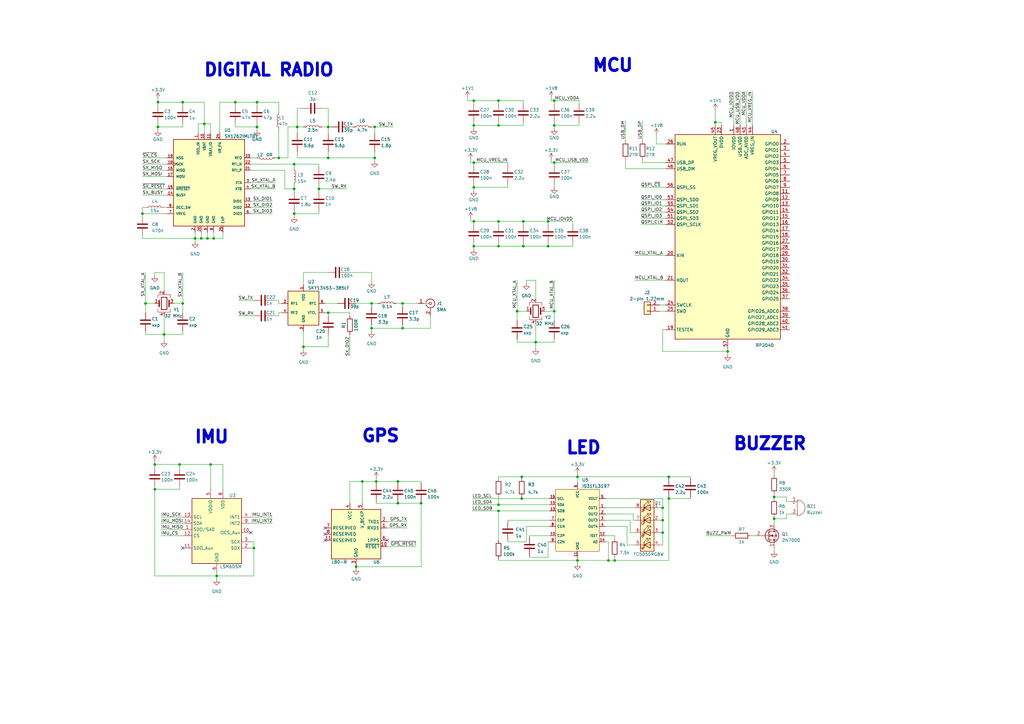
<source format=kicad_sch>
(kicad_sch (version 20230121) (generator eeschema)
  (paper "A3")
  (junction (at 317.5 212.725))
  (junction (at 219.71 140.335))
  (junction (at 64.77 52.07))
  (junction (at 274.32 204.47))
  (junction (at 274.32 195.58))
  (junction (at 153.67 64.77))
  (junction (at 271.78 218.44))
  (junction (at 96.52 41.91))
  (junction (at 121.92 52.07))
  (junction (at 59.69 124.46))
  (junction (at 165.1 124.46))
  (junction (at 214.63 100.965))
  (junction (at 172.72 206.375))
  (junction (at 134.62 128.27))
  (junction (at 120.65 67.31))
  (junction (at 105.41 41.91))
  (junction (at 105.41 52.07))
  (junction (at 80.01 97.79))
  (junction (at 148.59 197.485))
  (junction (at 120.65 77.47))
  (junction (at 204.47 90.805))
  (junction (at 194.31 51.435))
  (junction (at 134.62 52.07))
  (junction (at 317.5 203.835))
  (junction (at 87.63 97.79))
  (junction (at 163.195 197.485))
  (junction (at 212.09 127.635))
  (junction (at 74.93 124.46))
  (junction (at 152.4 134.62))
  (junction (at 152.4 124.46))
  (junction (at 213.995 195.58))
  (junction (at 73.66 190.5))
  (junction (at 85.09 97.79))
  (junction (at 134.62 64.77))
  (junction (at 204.47 100.965))
  (junction (at 82.55 97.79))
  (junction (at 204.47 41.275))
  (junction (at 154.305 197.485))
  (junction (at 252.095 229.87))
  (junction (at 88.9 236.22))
  (junction (at 227.33 41.275))
  (junction (at 114.3 64.77))
  (junction (at 236.855 195.58))
  (junction (at 63.5 200.66))
  (junction (at 64.77 41.91))
  (junction (at 214.63 90.805))
  (junction (at 227.33 51.435))
  (junction (at 153.67 52.07))
  (junction (at 204.47 209.55))
  (junction (at 58.42 87.63))
  (junction (at 249.555 229.87))
  (junction (at 271.78 213.36))
  (junction (at 120.65 87.63))
  (junction (at 293.37 50.165))
  (junction (at 227.33 127.635))
  (junction (at 194.31 76.835))
  (junction (at 67.31 137.16))
  (junction (at 194.31 66.675))
  (junction (at 74.93 41.91))
  (junction (at 163.195 206.375))
  (junction (at 224.79 100.965))
  (junction (at 130.81 77.47))
  (junction (at 165.1 134.62))
  (junction (at 194.31 100.965))
  (junction (at 83.82 50.8))
  (junction (at 224.79 90.805))
  (junction (at 146.05 232.41))
  (junction (at 86.36 190.5))
  (junction (at 124.46 142.24))
  (junction (at 298.45 144.145))
  (junction (at 204.47 51.435))
  (junction (at 227.33 66.675))
  (junction (at 271.78 208.28))
  (junction (at 194.31 41.275))
  (junction (at 204.47 207.01))
  (junction (at 213.995 204.47))
  (junction (at 63.5 190.5))
  (junction (at 236.855 229.87))
  (junction (at 194.31 90.805))
  (junction (at 104.14 224.79))
  (no_connect (at 133.35 216.535))
  (no_connect (at 133.35 219.075))
  (no_connect (at 133.35 221.615))
  (no_connect (at 102.87 218.44))
  (no_connect (at 74.93 224.79))
  (no_connect (at 158.75 221.615))
  (wire (pts (xy 120.65 87.63) (xy 130.81 87.63)))
  (wire (pts (xy 80.01 95.25) (xy 80.01 97.79)))
  (wire (pts (xy 307.975 219.71) (xy 309.88 219.71)))
  (wire (pts (xy 121.92 52.07) (xy 121.92 54.61)))
  (wire (pts (xy 102.87 214.63) (xy 111.76 214.63)))
  (wire (pts (xy 194.31 76.835) (xy 194.31 75.565)))
  (wire (pts (xy 134.62 128.27) (xy 134.62 129.54)))
  (wire (pts (xy 274.32 195.58) (xy 283.21 195.58)))
  (wire (pts (xy 80.01 97.79) (xy 82.55 97.79)))
  (wire (pts (xy 256.54 69.215) (xy 256.54 65.405)))
  (wire (pts (xy 236.855 198.12) (xy 236.855 195.58)))
  (wire (pts (xy 85.09 97.79) (xy 87.63 97.79)))
  (wire (pts (xy 152.4 111.76) (xy 152.4 115.57)))
  (wire (pts (xy 194.31 76.835) (xy 208.28 76.835)))
  (wire (pts (xy 96.52 50.8) (xy 96.52 52.07)))
  (wire (pts (xy 67.31 137.16) (xy 74.93 137.16)))
  (wire (pts (xy 105.41 50.8) (xy 105.41 52.07)))
  (wire (pts (xy 227.33 114.935) (xy 227.33 127.635)))
  (wire (pts (xy 82.55 97.79) (xy 85.09 97.79)))
  (wire (pts (xy 224.79 90.805) (xy 234.95 90.805)))
  (wire (pts (xy 73.66 200.66) (xy 73.66 199.39)))
  (wire (pts (xy 214.63 90.805) (xy 214.63 92.075)))
  (wire (pts (xy 64.77 41.91) (xy 64.77 43.18)))
  (wire (pts (xy 90.17 41.91) (xy 96.52 41.91)))
  (wire (pts (xy 80.01 97.79) (xy 80.01 99.06)))
  (wire (pts (xy 64.77 41.91) (xy 74.93 41.91)))
  (wire (pts (xy 124.46 142.24) (xy 134.62 142.24)))
  (wire (pts (xy 226.06 41.275) (xy 227.33 41.275)))
  (wire (pts (xy 83.82 50.8) (xy 83.82 41.91)))
  (wire (pts (xy 204.47 41.275) (xy 204.47 42.545)))
  (wire (pts (xy 66.04 217.17) (xy 74.93 217.17)))
  (wire (pts (xy 227.33 51.435) (xy 227.33 52.705)))
  (wire (pts (xy 234.95 90.805) (xy 234.95 92.075)))
  (wire (pts (xy 64.77 52.07) (xy 74.93 52.07)))
  (wire (pts (xy 165.1 134.62) (xy 165.1 133.35)))
  (wire (pts (xy 63.5 111.76) (xy 67.31 111.76)))
  (wire (pts (xy 204.47 203.835) (xy 204.47 207.01)))
  (wire (pts (xy 204.47 229.235) (xy 204.47 229.87)))
  (wire (pts (xy 204.47 51.435) (xy 214.63 51.435)))
  (wire (pts (xy 152.4 52.07) (xy 153.67 52.07)))
  (wire (pts (xy 219.71 132.715) (xy 219.71 140.335)))
  (wire (pts (xy 58.42 77.47) (xy 68.58 77.47)))
  (wire (pts (xy 86.36 50.8) (xy 86.36 54.61)))
  (wire (pts (xy 194.31 76.835) (xy 194.31 78.105)))
  (wire (pts (xy 130.81 76.2) (xy 130.81 77.47)))
  (wire (pts (xy 87.63 95.25) (xy 87.63 97.79)))
  (wire (pts (xy 58.42 67.31) (xy 68.58 67.31)))
  (wire (pts (xy 82.55 95.25) (xy 82.55 97.79)))
  (wire (pts (xy 143.51 128.27) (xy 143.51 129.54)))
  (wire (pts (xy 59.69 137.16) (xy 67.31 137.16)))
  (wire (pts (xy 237.49 41.275) (xy 237.49 42.545)))
  (wire (pts (xy 263.525 49.53) (xy 263.525 57.785)))
  (wire (pts (xy 96.52 52.07) (xy 105.41 52.07)))
  (wire (pts (xy 63.5 189.23) (xy 63.5 190.5)))
  (wire (pts (xy 105.41 43.18) (xy 105.41 41.91)))
  (wire (pts (xy 134.62 52.07) (xy 134.62 54.61)))
  (wire (pts (xy 134.62 64.77) (xy 153.67 64.77)))
  (wire (pts (xy 252.095 228.6) (xy 252.095 229.87)))
  (wire (pts (xy 172.72 205.74) (xy 172.72 206.375)))
  (wire (pts (xy 134.62 128.27) (xy 143.51 128.27)))
  (wire (pts (xy 114.3 53.34) (xy 114.3 64.77)))
  (wire (pts (xy 73.66 190.5) (xy 86.36 190.5)))
  (wire (pts (xy 67.31 85.09) (xy 68.58 85.09)))
  (wire (pts (xy 58.42 87.63) (xy 58.42 88.9)))
  (wire (pts (xy 256.54 49.53) (xy 256.54 57.785)))
  (wire (pts (xy 63.5 236.22) (xy 88.9 236.22)))
  (wire (pts (xy 248.285 204.47) (xy 271.78 204.47)))
  (wire (pts (xy 63.5 200.66) (xy 73.66 200.66)))
  (wire (pts (xy 113.03 64.77) (xy 114.3 64.77)))
  (wire (pts (xy 81.28 50.8) (xy 81.28 54.61)))
  (wire (pts (xy 63.5 191.77) (xy 63.5 190.5)))
  (wire (pts (xy 283.21 195.58) (xy 283.21 196.215)))
  (wire (pts (xy 152.4 124.46) (xy 154.94 124.46)))
  (wire (pts (xy 271.78 213.36) (xy 271.78 218.44)))
  (wire (pts (xy 248.285 222.25) (xy 249.555 222.25)))
  (wire (pts (xy 317.5 224.79) (xy 317.5 226.06)))
  (wire (pts (xy 208.28 76.835) (xy 208.28 75.565)))
  (wire (pts (xy 158.75 216.535) (xy 167.005 216.535)))
  (wire (pts (xy 271.78 218.44) (xy 271.78 223.52)))
  (wire (pts (xy 158.75 213.995) (xy 167.005 213.995)))
  (wire (pts (xy 146.05 232.41) (xy 146.05 233.045)))
  (wire (pts (xy 154.305 205.74) (xy 154.305 206.375)))
  (wire (pts (xy 225.425 209.55) (xy 204.47 209.55)))
  (wire (pts (xy 270.51 125.095) (xy 273.05 125.095)))
  (wire (pts (xy 271.78 223.52) (xy 270.51 223.52)))
  (wire (pts (xy 303.53 37.465) (xy 303.53 51.435)))
  (wire (pts (xy 102.87 74.93) (xy 113.03 74.93)))
  (wire (pts (xy 317.5 212.09) (xy 317.5 212.725)))
  (wire (pts (xy 215.9 116.205) (xy 215.9 114.935)))
  (wire (pts (xy 306.07 37.465) (xy 306.07 51.435)))
  (wire (pts (xy 134.62 62.23) (xy 134.62 64.77)))
  (wire (pts (xy 133.35 124.46) (xy 138.43 124.46)))
  (wire (pts (xy 144.78 52.07) (xy 143.51 52.07)))
  (wire (pts (xy 105.41 41.91) (xy 114.3 41.91)))
  (wire (pts (xy 143.51 197.485) (xy 143.51 206.375)))
  (wire (pts (xy 293.37 50.165) (xy 293.37 51.435)))
  (wire (pts (xy 227.33 41.275) (xy 237.49 41.275)))
  (wire (pts (xy 63.5 124.46) (xy 59.69 124.46)))
  (wire (pts (xy 237.49 51.435) (xy 237.49 50.165)))
  (wire (pts (xy 274.32 204.47) (xy 274.32 229.87)))
  (wire (pts (xy 227.33 66.675) (xy 241.3 66.675)))
  (wire (pts (xy 67.31 137.16) (xy 67.31 139.7)))
  (wire (pts (xy 249.555 222.25) (xy 249.555 229.87)))
  (wire (pts (xy 91.44 190.5) (xy 91.44 200.66)))
  (wire (pts (xy 64.77 40.64) (xy 64.77 41.91)))
  (wire (pts (xy 259.715 213.36) (xy 260.35 213.36)))
  (wire (pts (xy 153.67 52.07) (xy 153.67 54.61)))
  (wire (pts (xy 172.72 232.41) (xy 172.72 206.375)))
  (wire (pts (xy 317.5 202.565) (xy 317.5 203.835)))
  (wire (pts (xy 193.675 207.01) (xy 204.47 207.01)))
  (wire (pts (xy 120.65 67.31) (xy 130.81 67.31)))
  (wire (pts (xy 118.11 52.07) (xy 121.92 52.07)))
  (wire (pts (xy 224.79 100.965) (xy 224.79 99.695)))
  (wire (pts (xy 214.63 51.435) (xy 214.63 50.165)))
  (wire (pts (xy 248.285 213.36) (xy 258.445 213.36)))
  (wire (pts (xy 270.51 127.635) (xy 273.05 127.635)))
  (wire (pts (xy 226.06 40.005) (xy 226.06 41.275)))
  (wire (pts (xy 217.17 219.71) (xy 225.425 219.71)))
  (wire (pts (xy 271.78 204.47) (xy 271.78 208.28)))
  (wire (pts (xy 163.195 197.485) (xy 172.72 197.485)))
  (wire (pts (xy 194.31 41.275) (xy 194.31 42.545)))
  (wire (pts (xy 204.47 195.58) (xy 213.995 195.58)))
  (wire (pts (xy 130.81 77.47) (xy 130.81 78.74)))
  (wire (pts (xy 96.52 41.91) (xy 105.41 41.91)))
  (wire (pts (xy 227.33 41.275) (xy 227.33 42.545)))
  (wire (pts (xy 257.175 223.52) (xy 260.35 223.52)))
  (wire (pts (xy 248.285 208.28) (xy 260.35 208.28)))
  (wire (pts (xy 227.33 127.635) (xy 227.33 131.445)))
  (wire (pts (xy 194.31 66.675) (xy 208.28 66.675)))
  (wire (pts (xy 217.17 228.6) (xy 224.79 228.6)))
  (wire (pts (xy 74.93 50.8) (xy 74.93 52.07)))
  (wire (pts (xy 130.81 67.31) (xy 130.81 68.58)))
  (wire (pts (xy 58.42 80.01) (xy 68.58 80.01)))
  (wire (pts (xy 194.31 51.435) (xy 194.31 52.705)))
  (wire (pts (xy 102.87 64.77) (xy 105.41 64.77)))
  (wire (pts (xy 102.87 212.09) (xy 111.76 212.09)))
  (wire (pts (xy 322.58 210.82) (xy 322.58 212.725)))
  (wire (pts (xy 86.36 190.5) (xy 91.44 190.5)))
  (wire (pts (xy 293.37 50.165) (xy 293.37 45.085)))
  (wire (pts (xy 204.47 41.275) (xy 214.63 41.275)))
  (wire (pts (xy 208.28 222.25) (xy 215.9 222.25)))
  (wire (pts (xy 71.12 124.46) (xy 74.93 124.46)))
  (wire (pts (xy 212.09 139.065) (xy 212.09 140.335)))
  (wire (pts (xy 215.9 127.635) (xy 212.09 127.635)))
  (wire (pts (xy 135.89 52.07) (xy 134.62 52.07)))
  (wire (pts (xy 104.14 236.22) (xy 104.14 224.79)))
  (wire (pts (xy 204.47 207.01) (xy 225.425 207.01)))
  (wire (pts (xy 226.06 65.405) (xy 226.06 66.675)))
  (wire (pts (xy 259.715 210.82) (xy 259.715 213.36)))
  (wire (pts (xy 260.35 218.44) (xy 258.445 218.44)))
  (wire (pts (xy 74.93 41.91) (xy 83.82 41.91)))
  (wire (pts (xy 116.84 69.85) (xy 116.84 77.47)))
  (wire (pts (xy 317.5 203.835) (xy 322.58 203.835)))
  (wire (pts (xy 273.05 69.215) (xy 256.54 69.215)))
  (wire (pts (xy 214.63 90.805) (xy 224.79 90.805)))
  (wire (pts (xy 158.75 224.155) (xy 170.815 224.155)))
  (wire (pts (xy 270.51 218.44) (xy 271.78 218.44)))
  (wire (pts (xy 154.305 198.12) (xy 154.305 197.485)))
  (wire (pts (xy 217.17 220.345) (xy 217.17 219.71)))
  (wire (pts (xy 73.66 190.5) (xy 73.66 191.77)))
  (wire (pts (xy 162.56 124.46) (xy 165.1 124.46)))
  (wire (pts (xy 176.53 134.62) (xy 165.1 134.62)))
  (wire (pts (xy 219.71 140.335) (xy 219.71 142.875)))
  (wire (pts (xy 274.32 229.87) (xy 252.095 229.87)))
  (wire (pts (xy 120.65 77.47) (xy 120.65 78.74)))
  (wire (pts (xy 219.71 140.335) (xy 227.33 140.335)))
  (wire (pts (xy 104.14 222.25) (xy 104.14 224.79)))
  (wire (pts (xy 121.92 44.45) (xy 124.46 44.45)))
  (wire (pts (xy 63.5 200.66) (xy 63.5 236.22)))
  (wire (pts (xy 208.28 213.995) (xy 208.28 213.36)))
  (wire (pts (xy 271.78 144.145) (xy 298.45 144.145)))
  (wire (pts (xy 66.04 219.71) (xy 74.93 219.71)))
  (wire (pts (xy 295.91 50.165) (xy 293.37 50.165)))
  (wire (pts (xy 120.65 67.31) (xy 120.65 68.58)))
  (wire (pts (xy 236.855 229.87) (xy 236.855 231.14)))
  (wire (pts (xy 134.62 44.45) (xy 134.62 52.07)))
  (wire (pts (xy 194.31 102.235) (xy 194.31 100.965)))
  (wire (pts (xy 130.81 86.36) (xy 130.81 87.63)))
  (wire (pts (xy 152.4 134.62) (xy 152.4 135.89)))
  (wire (pts (xy 90.17 41.91) (xy 90.17 54.61)))
  (wire (pts (xy 191.77 41.275) (xy 194.31 41.275)))
  (wire (pts (xy 208.28 222.25) (xy 208.28 221.615)))
  (wire (pts (xy 148.59 197.485) (xy 148.59 206.375)))
  (wire (pts (xy 152.4 134.62) (xy 165.1 134.62)))
  (wire (pts (xy 227.33 139.065) (xy 227.33 140.335)))
  (wire (pts (xy 176.53 129.54) (xy 176.53 134.62)))
  (wire (pts (xy 322.58 205.74) (xy 324.485 205.74)))
  (wire (pts (xy 204.47 90.805) (xy 204.47 92.075)))
  (wire (pts (xy 194.31 66.675) (xy 193.04 66.675)))
  (wire (pts (xy 111.76 123.19) (xy 114.3 123.19)))
  (wire (pts (xy 91.44 97.79) (xy 87.63 97.79)))
  (wire (pts (xy 88.9 236.22) (xy 104.14 236.22)))
  (wire (pts (xy 163.195 206.375) (xy 172.72 206.375)))
  (wire (pts (xy 212.09 127.635) (xy 212.09 131.445)))
  (wire (pts (xy 214.63 100.965) (xy 224.79 100.965)))
  (wire (pts (xy 300.99 37.465) (xy 300.99 51.435)))
  (wire (pts (xy 165.1 124.46) (xy 171.45 124.46)))
  (wire (pts (xy 258.445 218.44) (xy 258.445 213.36)))
  (wire (pts (xy 68.58 87.63) (xy 58.42 87.63)))
  (wire (pts (xy 74.93 111.76) (xy 74.93 124.46)))
  (wire (pts (xy 111.76 129.54) (xy 114.3 129.54)))
  (wire (pts (xy 63.5 190.5) (xy 73.66 190.5)))
  (wire (pts (xy 193.04 90.805) (xy 194.31 90.805)))
  (wire (pts (xy 165.1 125.73) (xy 165.1 124.46)))
  (wire (pts (xy 154.305 197.485) (xy 163.195 197.485)))
  (wire (pts (xy 270.51 208.28) (xy 271.78 208.28)))
  (wire (pts (xy 248.285 215.9) (xy 257.175 215.9)))
  (wire (pts (xy 262.89 84.455) (xy 273.05 84.455)))
  (wire (pts (xy 249.555 229.87) (xy 236.855 229.87)))
  (wire (pts (xy 58.42 96.52) (xy 58.42 97.79)))
  (wire (pts (xy 91.44 95.25) (xy 91.44 97.79)))
  (wire (pts (xy 120.65 86.36) (xy 120.65 87.63)))
  (wire (pts (xy 118.11 64.77) (xy 118.11 52.07)))
  (wire (pts (xy 86.36 190.5) (xy 86.36 200.66)))
  (wire (pts (xy 224.79 228.6) (xy 224.79 222.25)))
  (wire (pts (xy 58.42 85.09) (xy 59.69 85.09)))
  (wire (pts (xy 97.79 123.19) (xy 104.14 123.19)))
  (wire (pts (xy 274.32 203.835) (xy 274.32 204.47)))
  (wire (pts (xy 263.525 66.675) (xy 273.05 66.675)))
  (wire (pts (xy 227.33 51.435) (xy 227.33 50.165)))
  (wire (pts (xy 214.63 99.695) (xy 214.63 100.965)))
  (wire (pts (xy 130.81 77.47) (xy 142.24 77.47)))
  (wire (pts (xy 58.42 87.63) (xy 58.42 85.09)))
  (wire (pts (xy 263.525 65.405) (xy 263.525 66.675)))
  (wire (pts (xy 142.24 111.76) (xy 152.4 111.76)))
  (wire (pts (xy 63.5 199.39) (xy 63.5 200.66)))
  (wire (pts (xy 234.95 100.965) (xy 234.95 99.695)))
  (wire (pts (xy 204.47 196.215) (xy 204.47 195.58)))
  (wire (pts (xy 59.69 124.46) (xy 59.69 128.27)))
  (wire (pts (xy 59.69 135.89) (xy 59.69 137.16)))
  (wire (pts (xy 133.35 128.27) (xy 134.62 128.27)))
  (wire (pts (xy 283.21 204.47) (xy 283.21 203.835)))
  (wire (pts (xy 114.3 124.46) (xy 114.3 123.19)))
  (wire (pts (xy 308.61 37.465) (xy 308.61 51.435)))
  (wire (pts (xy 317.5 204.47) (xy 317.5 203.835)))
  (wire (pts (xy 193.04 66.675) (xy 193.04 65.405)))
  (wire (pts (xy 236.855 229.87) (xy 236.855 228.6)))
  (wire (pts (xy 252.095 229.87) (xy 249.555 229.87)))
  (wire (pts (xy 67.31 129.54) (xy 67.31 137.16)))
  (wire (pts (xy 224.79 100.965) (xy 234.95 100.965)))
  (wire (pts (xy 153.67 64.77) (xy 153.67 62.23)))
  (wire (pts (xy 204.47 209.55) (xy 204.47 221.615)))
  (wire (pts (xy 271.78 135.255) (xy 271.78 144.145)))
  (wire (pts (xy 269.24 59.055) (xy 273.05 59.055)))
  (wire (pts (xy 271.78 208.28) (xy 271.78 213.36)))
  (wire (pts (xy 208.28 66.675) (xy 208.28 67.945)))
  (wire (pts (xy 148.59 197.485) (xy 143.51 197.485)))
  (wire (pts (xy 124.46 111.76) (xy 134.62 111.76)))
  (wire (pts (xy 317.5 193.675) (xy 317.5 194.945)))
  (wire (pts (xy 81.28 50.8) (xy 83.82 50.8)))
  (wire (pts (xy 163.195 197.485) (xy 163.195 198.12)))
  (wire (pts (xy 194.31 51.435) (xy 194.31 50.165)))
  (wire (pts (xy 116.84 77.47) (xy 120.65 77.47)))
  (wire (pts (xy 153.67 52.07) (xy 161.29 52.07)))
  (wire (pts (xy 214.63 41.275) (xy 214.63 42.545)))
  (wire (pts (xy 194.31 99.695) (xy 194.31 100.965)))
  (wire (pts (xy 274.32 196.215) (xy 274.32 195.58)))
  (wire (pts (xy 114.3 129.54) (xy 114.3 128.27)))
  (wire (pts (xy 224.79 222.25) (xy 225.425 222.25)))
  (wire (pts (xy 262.89 76.835) (xy 273.05 76.835)))
  (wire (pts (xy 124.46 111.76) (xy 124.46 116.84)))
  (wire (pts (xy 298.45 142.875) (xy 298.45 144.145)))
  (wire (pts (xy 102.87 69.85) (xy 116.84 69.85)))
  (wire (pts (xy 262.89 81.915) (xy 273.05 81.915)))
  (wire (pts (xy 154.305 196.215) (xy 154.305 197.485)))
  (wire (pts (xy 262.89 86.995) (xy 273.05 86.995)))
  (wire (pts (xy 317.5 212.725) (xy 317.5 214.63)))
  (wire (pts (xy 121.92 62.23) (xy 121.92 64.77)))
  (wire (pts (xy 115.57 124.46) (xy 114.3 124.46)))
  (wire (pts (xy 152.4 124.46) (xy 152.4 125.73)))
  (wire (pts (xy 194.31 66.675) (xy 194.31 67.945)))
  (wire (pts (xy 215.9 215.9) (xy 225.425 215.9)))
  (wire (pts (xy 204.47 51.435) (xy 194.31 51.435)))
  (wire (pts (xy 64.77 52.07) (xy 64.77 53.34)))
  (wire (pts (xy 114.3 41.91) (xy 114.3 45.72)))
  (wire (pts (xy 213.995 195.58) (xy 236.855 195.58)))
  (wire (pts (xy 121.92 44.45) (xy 121.92 52.07)))
  (wire (pts (xy 102.87 87.63) (xy 111.76 87.63)))
  (wire (pts (xy 212.09 114.935) (xy 212.09 127.635)))
  (wire (pts (xy 217.17 228.6) (xy 217.17 227.965)))
  (wire (pts (xy 74.93 135.89) (xy 74.93 137.16)))
  (wire (pts (xy 270.51 213.36) (xy 271.78 213.36)))
  (wire (pts (xy 146.05 231.775) (xy 146.05 232.41)))
  (wire (pts (xy 146.05 124.46) (xy 152.4 124.46)))
  (wire (pts (xy 204.47 51.435) (xy 204.47 50.165)))
  (wire (pts (xy 134.62 142.24) (xy 134.62 137.16)))
  (wire (pts (xy 154.305 206.375) (xy 163.195 206.375)))
  (wire (pts (xy 153.67 64.77) (xy 153.67 66.04)))
  (wire (pts (xy 262.89 92.075) (xy 273.05 92.075)))
  (wire (pts (xy 262.89 89.535) (xy 273.05 89.535)))
  (wire (pts (xy 194.31 100.965) (xy 204.47 100.965)))
  (wire (pts (xy 213.995 204.47) (xy 213.995 203.835)))
  (wire (pts (xy 64.77 50.8) (xy 64.77 52.07)))
  (wire (pts (xy 102.87 82.55) (xy 111.76 82.55)))
  (wire (pts (xy 219.71 114.935) (xy 219.71 122.555)))
  (wire (pts (xy 295.91 51.435) (xy 295.91 50.165)))
  (wire (pts (xy 204.47 229.87) (xy 236.855 229.87)))
  (wire (pts (xy 260.35 104.775) (xy 273.05 104.775)))
  (wire (pts (xy 146.05 232.41) (xy 172.72 232.41)))
  (wire (pts (xy 83.82 50.8) (xy 86.36 50.8)))
  (wire (pts (xy 88.9 234.95) (xy 88.9 236.22)))
  (wire (pts (xy 208.28 213.36) (xy 225.425 213.36)))
  (wire (pts (xy 59.69 111.76) (xy 59.69 124.46)))
  (wire (pts (xy 225.425 204.47) (xy 213.995 204.47)))
  (wire (pts (xy 215.9 114.935) (xy 219.71 114.935)))
  (wire (pts (xy 120.65 87.63) (xy 120.65 88.9)))
  (wire (pts (xy 154.305 197.485) (xy 148.59 197.485)))
  (wire (pts (xy 248.285 219.71) (xy 252.095 219.71)))
  (wire (pts (xy 58.42 72.39) (xy 68.58 72.39)))
  (wire (pts (xy 274.32 204.47) (xy 283.21 204.47)))
  (wire (pts (xy 163.195 206.375) (xy 163.195 205.74)))
  (wire (pts (xy 88.9 236.22) (xy 88.9 237.49)))
  (wire (pts (xy 58.42 64.77) (xy 68.58 64.77)))
  (wire (pts (xy 102.87 77.47) (xy 113.03 77.47)))
  (wire (pts (xy 324.485 210.82) (xy 322.58 210.82)))
  (wire (pts (xy 58.42 97.79) (xy 80.01 97.79)))
  (wire (pts (xy 236.855 194.31) (xy 236.855 195.58)))
  (wire (pts (xy 227.33 66.675) (xy 227.33 67.945)))
  (wire (pts (xy 58.42 69.85) (xy 68.58 69.85)))
  (wire (pts (xy 96.52 41.91) (xy 96.52 43.18)))
  (wire (pts (xy 227.33 75.565) (xy 227.33 76.835)))
  (wire (pts (xy 63.5 113.03) (xy 63.5 111.76)))
  (wire (pts (xy 85.09 95.25) (xy 85.09 97.79)))
  (wire (pts (xy 121.92 52.07) (xy 124.46 52.07)))
  (wire (pts (xy 124.46 135.89) (xy 124.46 142.24)))
  (wire (pts (xy 172.72 197.485) (xy 172.72 198.12)))
  (wire (pts (xy 132.08 44.45) (xy 134.62 44.45)))
  (wire (pts (xy 124.46 142.24) (xy 124.46 143.51)))
  (wire (pts (xy 289.56 219.71) (xy 300.355 219.71)))
  (wire (pts (xy 213.995 195.58) (xy 213.995 196.215)))
  (wire (pts (xy 204.47 41.275) (xy 194.31 41.275)))
  (wire (pts (xy 204.47 100.965) (xy 204.47 99.695)))
  (wire (pts (xy 317.5 212.725) (xy 322.58 212.725)))
  (wire (pts (xy 224.79 90.805) (xy 224.79 92.075)))
  (wire (pts (xy 194.31 90.805) (xy 194.31 92.075)))
  (wire (pts (xy 132.08 52.07) (xy 134.62 52.07)))
  (wire (pts (xy 215.9 222.25) (xy 215.9 215.9)))
  (wire (pts (xy 97.79 129.54) (xy 104.14 129.54)))
  (wire (pts (xy 66.04 214.63) (xy 74.93 214.63)))
  (wire (pts (xy 322.58 203.835) (xy 322.58 205.74)))
  (wire (pts (xy 152.4 133.35) (xy 152.4 134.62)))
  (wire (pts (xy 74.93 124.46) (xy 74.93 128.27)))
  (wire (pts (xy 102.87 85.09) (xy 111.76 85.09)))
  (wire (pts (xy 114.3 64.77) (xy 118.11 64.77)))
  (wire (pts (xy 194.31 90.805) (xy 204.47 90.805)))
  (wire (pts (xy 252.095 219.71) (xy 252.095 220.98)))
  (wire (pts (xy 143.51 137.16) (xy 143.51 146.05)))
  (wire (pts (xy 114.3 128.27) (xy 115.57 128.27)))
  (wire (pts (xy 193.04 89.535) (xy 193.04 90.805)))
  (wire (pts (xy 105.41 52.07) (xy 105.41 53.34)))
  (wire (pts (xy 273.05 135.255) (xy 271.78 135.255)))
  (wire (pts (xy 67.31 111.76) (xy 67.31 119.38)))
  (wire (pts (xy 257.175 215.9) (xy 257.175 223.52)))
  (wire (pts (xy 193.675 204.47) (xy 213.995 204.47)))
  (wire (pts (xy 66.04 212.09) (xy 74.93 212.09)))
  (wire (pts (xy 298.45 144.145) (xy 298.45 145.415)))
  (wire (pts (xy 227.33 51.435) (xy 237.49 51.435)))
  (wire (pts (xy 193.675 209.55) (xy 204.47 209.55)))
  (wire (pts (xy 121.92 64.77) (xy 134.62 64.77)))
  (wire (pts (xy 248.285 210.82) (xy 259.715 210.82)))
  (wire (pts (xy 83.82 50.8) (xy 83.82 54.61)))
  (wire (pts (xy 102.87 222.25) (xy 104.14 222.25)))
  (wire (pts (xy 223.52 127.635) (xy 227.33 127.635)))
  (wire (pts (xy 120.65 76.2) (xy 120.65 77.47)))
  (wire (pts (xy 214.63 100.965) (xy 204.47 100.965)))
  (wire (pts (xy 102.87 67.31) (xy 120.65 67.31)))
  (wire (pts (xy 204.47 90.805) (xy 214.63 90.805)))
  (wire (pts (xy 191.77 40.005) (xy 191.77 41.275)))
  (wire (pts (xy 236.855 195.58) (xy 274.32 195.58)))
  (wire (pts (xy 226.06 66.675) (xy 227.33 66.675)))
  (wire (pts (xy 260.35 114.935) (xy 273.05 114.935)))
  (wire (pts (xy 74.93 41.91) (xy 74.93 43.18)))
  (wire (pts (xy 104.14 224.79) (xy 102.87 224.79)))
  (wire (pts (xy 212.09 140.335) (xy 219.71 140.335)))
  (wire (pts (xy 269.24 55.245) (xy 269.24 59.055)))
  (text "MCU\n" (at 242.57 29.845 0) (effects (font (size 5 5) (thickness 1.2) bold) (justify left bottom)))
  (text "DIGITAL RADIO\n" (at 83.185 31.75 0) (effects (font (size 5 5) (thickness 1.2) bold) (justify left bottom)))
  (text "BUZZER\n\n" (at 300.355 193.04 0) (effects (font (size 5 5) (thickness 1.2) bold) (justify left bottom)))
  (text "IMU\n" (at 79.375 182.245 0) (effects (font (size 5 5) (thickness 1.2) bold) (justify left bottom)))
  (text "LED" (at 231.775 186.69 0) (effects (font (size 5 5) (thickness 1.2) bold) (justify left bottom)))
  (text "GPS\n\n" (at 147.955 189.865 0) (effects (font (size 5 5) (thickness 1.2) bold) (justify left bottom)))
  (label "SX_MISO" (at 58.42 69.85 0))
  (label "QSPI_IO0" (at 262.89 81.915 0))
  (label "IMU_MISO" (at 66.04 217.17 0))
  (label "SX_XTAL_B" (at 74.93 111.76 270))
  (label "QSPI_CLK" (at 262.89 92.075 0))
  (label "MCU_VREG_IN" (at 208.28 66.675 180))
  (label "MCU_XTAL_B" (at 260.35 114.935 0))
  (label "QSPI_~{CS}" (at 262.89 76.835 0))
  (label "SW_RX" (at 142.24 77.47 180))
  (label "~{SX_RESET}" (at 58.42 77.47 0))
  (label "LED_SDB" (at 193.675 209.55 0))
  (label "SW_TX" (at 161.29 52.07 180))
  (label "USB_DM" (at 256.54 49.53 270))
  (label "SX_DIO3" (at 111.76 87.63 180))
  (label "GPS_RX" (at 167.005 216.535 180))
  (label "SX_BUSY" (at 58.42 80.01 0))
  (label "IMU_INT1" (at 111.76 212.09 180))
  (label "SW_RX" (at 97.79 129.54 0))
  (label "MCU_USB_VDD" (at 303.53 37.465 270))
  (label "SX_SCK" (at 58.42 67.31 0))
  (label "~{SX_CS}" (at 58.42 64.77 0))
  (label "LED_SDA" (at 193.675 207.01 0))
  (label "SX_DIO2" (at 143.51 146.05 90))
  (label "MCU_USB_VDD" (at 241.3 66.675 180))
  (label "MCU_VDDA" (at 237.49 41.275 180))
  (label "MCU_IOVDD" (at 234.95 90.805 180))
  (label "SX_DIO1" (at 111.76 82.55 180))
  (label "LED_SCL" (at 193.675 204.47 0))
  (label "GPS_TX" (at 167.005 213.995 180))
  (label "SX_XTAL_A" (at 59.69 111.76 270))
  (label "IMU_INT2" (at 111.76 214.63 180))
  (label "SX_XTAL_A" (at 113.03 74.93 180))
  (label "IMU_MOSI" (at 66.04 214.63 0))
  (label "QSPI_IO2" (at 262.89 86.995 0))
  (label "MCU_XTAL_A" (at 212.09 114.935 270))
  (label "MCU_VREG_IN" (at 308.61 37.465 270))
  (label "USB_DP" (at 263.525 49.53 270))
  (label "SW_TX" (at 97.79 123.19 0))
  (label "MCU_IOVDD" (at 300.99 37.465 270))
  (label "SX_DIO2" (at 111.76 85.09 180))
  (label "QSPI_IO3" (at 262.89 89.535 0))
  (label "MCU_XTAL_B" (at 227.33 114.935 270))
  (label "SX_XTAL_B" (at 113.03 77.47 180))
  (label "IMU_SCK" (at 66.04 212.09 0))
  (label "MCU_VDDA" (at 306.07 37.465 270))
  (label "MCU_XTAL_A" (at 260.35 104.775 0))
  (label "QSPI_IO1" (at 262.89 84.455 0))
  (label "IMU_CS" (at 66.04 219.71 0))
  (label "~{GPS_RESET}" (at 170.815 224.155 180))
  (label "BUZZ_PWM" (at 289.56 219.71 0))
  (label "SX_MOSI" (at 58.42 72.39 0))
  (symbol (lib_id "Device:L") (at 120.65 72.39 0) (unit 1)
    (property "Reference" "L3" (at 121.92 71.755 0) (effects (justify left)))
    (property "Value" "15n" (at 121.92 74.295 0) (effects (justify left)))
  )
  (symbol (lib_id "power:GND") (at 153.67 66.04 0) (unit 1)
    (property "Reference" "#PWR08" (effects hide))
    (property "Value" "GND" (at 153.67 71.12 0))
  )
  (symbol (lib_id "power:+1V8") (at 226.06 40.005 0) (unit 1)
    (property "Reference" "#PWR024" (effects hide))
    (property "Value" "+1V8" (at 226.06 36.195 0))
  )
  (symbol (lib_id "Device:L") (at 114.3 49.53 180) (unit 1)
    (property "Reference" "L1" (at 114.3 48.26 0) (effects (justify right)))
    (property "Value" "47n" (at 114.3 50.8 0) (effects (justify right)))
  )
  (symbol (lib_id "Device:C") (at 130.81 72.39 180) (unit 1)
    (property "Reference" "C9" (at 133.35 71.12 0) (effects (justify right)))
    (property "Value" "2.4p" (at 133.35 73.66 0) (effects (justify right)))
  )
  (symbol (lib_id "Device:C") (at 134.62 133.35 180) (unit 1)
    (property "Reference" "C20" (at 129.54 135.89 0) (effects (justify right)))
    (property "Value" "1n" (at 129.54 138.43 0) (effects (justify right)))
  )
  (symbol (lib_id "power:+3.3V") (at 154.305 196.215 0) (unit 1)
    (property "Reference" "#PWR031" (effects hide))
    (property "Value" "+3.3V" (at 154.305 192.405 0))
  )
  (symbol (lib_id "power:GND") (at 152.4 115.57 0) (unit 1)
    (property "Reference" "#PWR010" (effects hide))
    (property "Value" "GND" (at 152.4 119.38 0))
  )
  (symbol (lib_id "Device:R") (at 304.165 219.71 90) (unit 1)
    (property "Reference" "R7" (at 304.165 217.17 90))
    (property "Value" "1k" (at 304.165 222.25 90))
  )
  (symbol (lib_id "Device:L") (at 148.59 52.07 90) (unit 1)
    (property "Reference" "L6" (at 148.59 49.53 90))
    (property "Value" "4.7n" (at 148.59 53.34 90))
  )
  (symbol (lib_id "power:GND") (at 88.9 237.49 0) (unit 1)
    (property "Reference" "#PWR012" (effects hide))
    (property "Value" "GND" (at 88.9 242.57 0))
  )
  (symbol (lib_id "Device:C") (at 172.72 201.93 0) (unit 1)
    (property "Reference" "C46" (at 175.26 201.295 0) (effects (justify left)))
    (property "Value" "100n" (at 175.26 203.835 0) (effects (justify left)))
  )
  (symbol (lib_id "power:+3.3V") (at 64.77 40.64 0) (unit 1)
    (property "Reference" "#PWR011" (effects hide))
    (property "Value" "+3.3V" (at 64.77 36.83 0))
  )
  (symbol (lib_id "Device:C") (at 63.5 195.58 0) (unit 1)
    (property "Reference" "C23" (at 66.04 194.31 0) (effects (justify left)))
    (property "Value" "100n" (at 66.04 196.85 0) (effects (justify left)))
  )
  (symbol (lib_id "Device:C") (at 214.63 95.885 0) (unit 1)
    (property "Reference" "C34" (at 217.17 94.615 0) (effects (justify left)))
    (property "Value" "100n" (at 217.17 97.155 0) (effects (justify left)))
    (property "Footprint" "Capacitor_SMD:C_0201_0603Metric" (effects hide))
  )
  (symbol (lib_id "power:GND") (at 105.41 53.34 0) (unit 1)
    (property "Reference" "#PWR05" (effects hide))
    (property "Value" "GND" (at 105.41 57.15 0))
  )
  (symbol (lib_id "Device:C") (at 73.66 195.58 0) (unit 1)
    (property "Reference" "C24" (at 76.2 194.31 0) (effects (justify left)))
    (property "Value" "100n" (at 76.2 196.85 0) (effects (justify left)))
  )
  (symbol (lib_id "Device:C") (at 204.47 95.885 0) (unit 1)
    (property "Reference" "C31" (at 207.01 94.615 0) (effects (justify left)))
    (property "Value" "100n" (at 207.01 97.155 0) (effects (justify left)))
    (property "Footprint" "Capacitor_SMD:C_0201_0603Metric" (effects hide))
  )
  (symbol (lib_id "Connector:Conn_Coaxial") (at 176.53 124.46 0) (unit 1)
    (property "Reference" "J1" (at 179.07 124.46 0) (effects (justify left)))
    (property "Value" "SMA" (at 179.07 127 0) (effects (justify left)))
    (property "Datasheet" " ~" (effects hide))
  )
  (symbol (lib_id "Device:C") (at 224.79 95.885 0) (unit 1)
    (property "Reference" "C35" (at 227.33 94.615 0) (effects (justify left)))
    (property "Value" "100n" (at 227.33 97.155 0) (effects (justify left)))
    (property "Footprint" "Capacitor_SMD:C_0201_0603Metric" (effects hide))
  )
  (symbol (lib_id "Device:L") (at 158.75 124.46 90) (unit 1)
    (property "Reference" "L7" (at 158.75 121.92 90))
    (property "Value" "9.1n" (at 158.75 125.73 90))
  )
  (symbol (lib_id "Device:C") (at 58.42 92.71 0) (unit 1)
    (property "Reference" "C8" (at 62.23 92.075 0) (effects (justify left)))
    (property "Value" "470n" (at 62.23 94.615 0) (effects (justify left)))
  )
  (symbol (lib_id "Device:Buzzer") (at 327.025 208.28 0) (unit 1)
    (property "Reference" "BZ1" (at 330.835 207.645 0) (effects (justify left)))
    (property "Value" "Buzzer" (at 330.835 210.185 0) (effects (justify left)))
  )
  (symbol (lib_id "Device:C") (at 130.81 82.55 180) (unit 1)
    (property "Reference" "C10" (at 133.35 81.28 0) (effects (justify right)))
    (property "Value" "1n" (at 133.35 83.82 0) (effects (justify right)))
  )
  (symbol (lib_id "power:GND") (at 63.5 113.03 0) (unit 1)
    (property "Reference" "#PWR03" (effects hide))
    (property "Value" "GND" (at 63.5 118.11 0))
  )
  (symbol (lib_id "power:GND") (at 152.4 135.89 0) (unit 1)
    (property "Reference" "#PWR09" (effects hide))
    (property "Value" "GND" (at 152.4 140.97 0))
  )
  (symbol (lib_id "Device:C") (at 217.17 224.155 0) (unit 1)
    (property "Reference" "C40" (at 220.345 223.52 0) (effects (justify left)))
    (property "Value" "1u" (at 220.345 226.06 0) (effects (justify left)))
  )
  (symbol (lib_id "power:GND") (at 194.31 78.105 0) (unit 1)
    (property "Reference" "#PWR021" (effects hide))
    (property "Value" "GND" (at 194.31 81.915 0))
  )
  (symbol (lib_id "power:GND") (at 298.45 145.415 0) (unit 1)
    (property "Reference" "#PWR016" (effects hide))
    (property "Value" "GND" (at 298.45 150.495 0))
  )
  (symbol (lib_id "Device:C") (at 237.49 46.355 0) (unit 1)
    (property "Reference" "C39" (at 240.03 45.085 0) (effects (justify left)))
    (property "Value" "2.2u" (at 240.03 47.625 0) (effects (justify left)))
    (property "Footprint" "Capacitor_SMD:C_0402_1005Metric" (effects hide))
  )
  (symbol (lib_id "Capstone:SKY13453-385LF") (at 128.27 127 0) (unit 1)
    (property "Reference" "U2" (at 126.2889 115.57 0) (effects (justify left)))
    (property "Value" "SKY13453-385LF" (at 126.2889 118.11 0) (effects (justify left)))
    (property "Footprint" "IC_SKY13453-385LF" (effects hide))
    (property "PARTREV" "February 11, 2020" (effects hide))
    (property "MANUFACTURER" "Skyworks" (effects hide))
    (property "MAXIMUM_PACKAGE_HEIGHT" "0.5 mm" (effects hide))
  )
  (symbol (lib_id "power:GND") (at 146.05 233.045 0) (unit 1)
    (property "Reference" "#PWR030" (effects hide))
    (property "Value" "GND" (at 146.05 237.49 0))
  )
  (symbol (lib_id "Device:R") (at 204.47 225.425 0) (unit 1)
    (property "Reference" "R5" (at 206.375 224.79 0) (effects (justify left)))
    (property "Value" "100k" (at 206.375 227.33 0) (effects (justify left)))
  )
  (symbol (lib_id "power:+1V8") (at 269.24 55.245 0) (unit 1)
    (property "Reference" "#PWR032" (effects hide))
    (property "Value" "+1V8" (at 269.24 51.435 0))
  )
  (symbol (lib_id "power:+3.3V") (at 226.06 65.405 0) (unit 1)
    (property "Reference" "#PWR025" (effects hide))
    (property "Value" "+3.3V" (at 226.06 61.595 0))
  )
  (symbol (lib_id "Device:R") (at 317.5 208.28 0) (unit 1)
    (property "Reference" "R6" (at 319.405 207.645 0) (effects (justify left)))
    (property "Value" "1k" (at 319.405 210.185 0) (effects (justify left)))
  )
  (symbol (lib_id "Device:C") (at 227.33 135.255 0) (unit 1)
    (property "Reference" "C26" (at 229.87 133.985 0) (effects (justify left)))
    (property "Value" "xxp" (at 229.87 136.525 0) (effects (justify left)))
  )
  (symbol (lib_id "Device:R") (at 204.47 200.025 0) (unit 1)
    (property "Reference" "R2" (at 207.01 198.755 0) (effects (justify left)))
    (property "Value" "4.7k" (at 207.01 201.93 0) (effects (justify left)))
  )
  (symbol (lib_id "Device:R") (at 263.525 61.595 0) (unit 1)
    (property "Reference" "R12" (at 264.795 60.96 0) (effects (justify left)))
    (property "Value" "27R" (at 264.795 63.5 0) (effects (justify left)))
    (property "Footprint" "Resistor_SMD:R_0201_0603Metric" (effects hide))
  )
  (symbol (lib_id "power:+1V1") (at 293.37 45.085 0) (unit 1)
    (property "Reference" "#PWR023" (effects hide))
    (property "Value" "+1V1" (at 293.37 41.275 0))
  )
  (symbol (lib_id "power:GND") (at 215.9 116.205 0) (unit 1)
    (property "Reference" "#PWR014" (effects hide))
    (property "Value" "GND" (at 215.9 121.285 0))
  )
  (symbol (lib_id "power:+3.3V") (at 317.5 193.675 0) (unit 1)
    (property "Reference" "#PWR033" (effects hide))
    (property "Value" "+3.3V" (at 317.5 189.865 0))
  )
  (symbol (lib_id "power:+3.3V") (at 63.5 189.23 0) (unit 1)
    (property "Reference" "#PWR013" (effects hide))
    (property "Value" "+3.3V" (at 63.5 185.42 0))
  )
  (symbol (lib_id "Device:C") (at 152.4 129.54 180) (unit 1)
    (property "Reference" "C18" (at 154.94 129.54 0) (effects (justify right)))
    (property "Value" "3.3p" (at 154.94 132.08 0) (effects (justify right)))
  )
  (symbol (lib_id "Device:R") (at 213.995 200.025 0) (unit 1)
    (property "Reference" "R3" (at 216.535 198.755 0) (effects (justify left)))
    (property "Value" "4.7k" (at 216.535 201.93 0) (effects (justify left)))
  )
  (symbol (lib_id "Device:C") (at 105.41 46.99 0) (unit 1)
    (property "Reference" "C6" (at 107.95 45.72 0) (effects (justify left)))
    (property "Value" "47p" (at 107.95 48.26 0) (effects (justify left)))
  )
  (symbol (lib_id "Capstone:IS31FL3197") (at 215.265 229.87 0) (unit 1)
    (property "Reference" "U5" (at 238.6839 196.85 0) (effects (justify left)))
    (property "Value" "IS31FL3197" (at 238.6839 199.39 0) (effects (justify left)))
    (property "Footprint" "Package_DFN_QFN:QFN-16-1EP_4x4mm_P0.65mm_EP2.1x2.1mm" (effects hide))
  )
  (symbol (lib_id "Device:L") (at 109.22 64.77 270) (unit 1)
    (property "Reference" "L2" (at 106.68 63.5 90))
    (property "Value" "0R" (at 110.49 63.5 90))
  )
  (symbol (lib_id "Device:C") (at 121.92 58.42 0) (unit 1)
    (property "Reference" "C11" (at 124.46 57.15 0) (effects (justify left)))
    (property "Value" "5.6p" (at 124.46 59.69 0) (effects (justify left)))
  )
  (symbol (lib_id "Device:C") (at 153.67 58.42 180) (unit 1)
    (property "Reference" "C15" (at 156.21 57.15 0) (effects (justify right)))
    (property "Value" "1.8p" (at 156.21 59.69 0) (effects (justify right)))
  )
  (symbol (lib_id "Device:C") (at 194.31 46.355 0) (unit 1)
    (property "Reference" "C27" (at 196.85 45.085 0) (effects (justify left)))
    (property "Value" "100n" (at 196.85 47.625 0) (effects (justify left)))
    (property "Footprint" "Capacitor_SMD:C_0201_0603Metric" (effects hide))
  )
  (symbol (lib_id "Device:C") (at 204.47 46.355 0) (unit 1)
    (property "Reference" "C30" (at 207.01 45.085 0) (effects (justify left)))
    (property "Value" "100n" (at 207.01 47.625 0) (effects (justify left)))
    (property "Footprint" "Capacitor_SMD:C_0201_0603Metric" (effects hide))
  )
  (symbol (lib_id "Device:C") (at 214.63 46.355 0) (unit 1)
    (property "Reference" "C33" (at 217.17 45.085 0) (effects (justify left)))
    (property "Value" "2.2u" (at 217.17 47.625 0) (effects (justify left)))
    (property "Footprint" "Capacitor_SMD:C_0402_1005Metric" (effects hide))
  )
  (symbol (lib_id "Device:C") (at 208.28 71.755 0) (unit 1)
    (property "Reference" "C32" (at 210.82 70.485 0) (effects (justify left)))
    (property "Value" "2.2u" (at 210.82 73.025 0) (effects (justify left)))
    (property "Footprint" "Capacitor_SMD:C_0402_1005Metric" (effects hide))
  )
  (symbol (lib_id "Device:R") (at 143.51 133.35 180) (unit 1)
    (property "Reference" "R1" (at 140.97 133.35 90))
    (property "Value" "100R" (at 146.05 133.35 90))
  )
  (symbol (lib_id "power:+1V1") (at 191.77 40.005 0) (unit 1)
    (property "Reference" "#PWR017" (effects hide))
    (property "Value" "+1V1" (at 191.77 36.195 0))
  )
  (symbol (lib_id "Device:C") (at 212.09 135.255 0) (unit 1)
    (property "Reference" "C25" (at 214.63 133.985 0) (effects (justify left)))
    (property "Value" "xxp" (at 214.63 136.525 0) (effects (justify left)))
  )
  (symbol (lib_id "power:GND") (at 120.65 88.9 0) (unit 1)
    (property "Reference" "#PWR06" (effects hide))
    (property "Value" "GND" (at 120.65 93.98 0))
  )
  (symbol (lib_id "MCU_RaspberryPi:RP2040") (at 298.45 97.155 0) (unit 1)
    (property "Reference" "U4" (at 316.23 53.975 0) (effects (justify left)))
    (property "Value" "RP2040" (at 309.88 141.605 0) (effects (justify left)))
    (property "Footprint" "Package_DFN_QFN:QFN-56-1EP_7x7mm_P0.4mm_EP3.2x3.2mm" (effects hide))
    (property "Datasheet" "https://datasheets.raspberrypi.com/rp2040/rp2040-datasheet.pdf" (effects hide))
  )
  (symbol (lib_id "Device:C") (at 163.195 201.93 0) (unit 1)
    (property "Reference" "C45" (at 165.735 201.295 0) (effects (justify left)))
    (property "Value" "100n" (at 165.735 203.835 0) (effects (justify left)))
  )
  (symbol (lib_id "Device:C") (at 138.43 111.76 90) (unit 1)
    (property "Reference" "C16" (at 143.51 110.49 90) (effects (justify left)))
    (property "Value" "100n" (at 144.78 113.03 90) (effects (justify left)))
  )
  (symbol (lib_id "power:GND") (at 64.77 53.34 0) (unit 1)
    (property "Reference" "#PWR04" (effects hide))
    (property "Value" "GND" (at 64.77 57.15 0))
  )
  (symbol (lib_id "power:+1V8") (at 193.04 89.535 0) (unit 1)
    (property "Reference" "#PWR019" (effects hide))
    (property "Value" "+1V8" (at 193.04 85.725 0))
  )
  (symbol (lib_id "Device:L") (at 128.27 52.07 90) (unit 1)
    (property "Reference" "L5" (at 128.27 49.53 90))
    (property "Value" "2.5n" (at 128.27 53.34 90))
  )
  (symbol (lib_id "Device:Crystal_GND24") (at 67.31 124.46 0) (unit 1)
    (property "Reference" "Y1" (at 72.39 127 0))
    (property "Value" "32 MHz" (at 71.12 129.54 0))
  )
  (symbol (lib_id "Device:C") (at 234.95 95.885 0) (unit 1)
    (property "Reference" "C38" (at 237.49 94.615 0) (effects (justify left)))
    (property "Value" "100n" (at 237.49 97.155 0) (effects (justify left)))
    (property "Footprint" "Capacitor_SMD:C_0201_0603Metric" (effects hide))
  )
  (symbol (lib_id "power:GND") (at 194.31 102.235 0) (unit 1)
    (property "Reference" "#PWR022" (effects hide))
    (property "Value" "GND" (at 194.31 106.045 0))
  )
  (symbol (lib_id "Capstone:TC5050RGBW") (at 265.43 215.9 0) (unit 1)
    (property "Reference" "D1" (at 269.875 206.375 0))
    (property "Value" "TC5050RGBW" (at 266.065 227.33 0))
  )
  (symbol (lib_id "Device:C") (at 227.33 46.355 0) (unit 1)
    (property "Reference" "C36" (at 229.87 45.085 0) (effects (justify left)))
    (property "Value" "100n" (at 229.87 47.625 0) (effects (justify left)))
    (property "Footprint" "Capacitor_SMD:C_0201_0603Metric" (effects hide))
  )
  (symbol (lib_id "power:GND") (at 194.31 52.705 0) (unit 1)
    (property "Reference" "#PWR020" (effects hide))
    (property "Value" "GND" (at 194.31 56.515 0))
  )
  (symbol (lib_id "Device:C") (at 208.28 217.805 0) (unit 1)
    (property "Reference" "C41" (at 211.455 217.17 0) (effects (justify left)))
    (property "Value" "1u" (at 211.455 219.71 0) (effects (justify left)))
  )
  (symbol (lib_id "power:GND") (at 317.5 226.06 0) (unit 1)
    (property "Reference" "#PWR034" (effects hide))
    (property "Value" "GND" (at 317.5 230.505 0))
  )
  (symbol (lib_id "Device:C") (at 142.24 124.46 270) (unit 1)
    (property "Reference" "C19" (at 147.32 123.19 90) (effects (justify right)))
    (property "Value" "39p" (at 147.32 125.73 90) (effects (justify right)))
  )
  (symbol (lib_id "Device:C") (at 128.27 44.45 90) (unit 1)
    (property "Reference" "C12" (at 128.27 38.1 90))
    (property "Value" "3p" (at 128.27 40.64 90))
  )
  (symbol (lib_id "Device:R") (at 252.095 224.79 0) (unit 1)
    (property "Reference" "R4" (at 254 223.52 0) (effects (justify left)))
    (property "Value" "7.5k" (at 254 226.695 0) (effects (justify left)))
  )
  (symbol (lib_id "Device:Crystal_GND24") (at 219.71 127.635 0) (unit 1)
    (property "Reference" "Y2" (at 224.79 130.175 0))
    (property "Value" "32 MHz" (at 223.52 132.715 0))
  )
  (symbol (lib_id "Device:C") (at 107.95 129.54 270) (unit 1)
    (property "Reference" "C21" (at 113.03 128.27 90) (effects (justify right)))
    (property "Value" "1n" (at 111.76 130.81 90) (effects (justify right)))
  )
  (symbol (lib_id "Capstone:LSM6DSM") (at 90.17 215.9 0) (unit 1)
    (property "Reference" "U3" (at 93.98 203.2 0) (effects (justify left)))
    (property "Value" "LSM6DSM" (at 90.17 232.41 0) (effects (justify left)))
    (property "Footprint" "Package_LGA:LGA-14_3x2.5mm_P0.5mm_LayoutBorder3x4y" (effects hide))
    (property "Datasheet" "https://www.st.com/resource/en/datasheet/lsm6dsm.pdf" (effects hide))
  )
  (symbol (lib_id "Device:R") (at 256.54 61.595 0) (unit 1)
    (property "Reference" "R11" (at 257.81 60.96 0) (effects (justify left)))
    (property "Value" "27R" (at 257.81 63.5 0) (effects (justify left)))
    (property "Footprint" "Resistor_SMD:R_0201_0603Metric" (effects hide))
  )
  (symbol (lib_id "Device:C") (at 134.62 58.42 180) (unit 1)
    (property "Reference" "C13" (at 137.16 57.15 0) (effects (justify right)))
    (property "Value" "5.6p" (at 137.16 59.69 0) (effects (justify right)))
  )
  (symbol (lib_id "Device:C") (at 194.31 95.885 0) (unit 1)
    (property "Reference" "C29" (at 196.85 94.615 0) (effects (justify left)))
    (property "Value" "100n" (at 196.85 97.155 0) (effects (justify left)))
    (property "Footprint" "Capacitor_SMD:C_0201_0603Metric" (effects hide))
  )
  (symbol (lib_id "Device:C") (at 107.95 123.19 270) (unit 1)
    (property "Reference" "C22" (at 113.03 121.92 90) (effects (justify right)))
    (property "Value" "1n" (at 111.76 124.46 90) (effects (justify right)))
  )
  (symbol (lib_id "Device:C") (at 154.305 201.93 0) (unit 1)
    (property "Reference" "C44" (at 156.845 201.295 0) (effects (justify left)))
    (property "Value" "2.2u" (at 156.845 203.835 0) (effects (justify left)))
  )
  (symbol (lib_id "Device:C") (at 194.31 71.755 0) (unit 1)
    (property "Reference" "C28" (at 196.85 70.485 0) (effects (justify left)))
    (property "Value" "100n" (at 196.85 73.025 0) (effects (justify left)))
    (property "Footprint" "Capacitor_SMD:C_0201_0603Metric" (effects hide))
  )
  (symbol (lib_id "power:GND") (at 219.71 142.875 0) (unit 1)
    (property "Reference" "#PWR015" (effects hide))
    (property "Value" "GND" (at 219.71 147.955 0))
  )
  (symbol (lib_id "power:GND") (at 227.33 52.705 0) (unit 1)
    (property "Reference" "#PWR026" (effects hide))
    (property "Value" "GND" (at 227.33 56.515 0))
  )
  (symbol (lib_id "power:GND") (at 124.46 143.51 0) (unit 1)
    (property "Reference" "#PWR07" (effects hide))
    (property "Value" "GND" (at 124.46 148.59 0))
  )
  (symbol (lib_id "power:+3.3V") (at 236.855 194.31 0) (unit 1)
    (property "Reference" "#PWR028" (effects hide))
    (property "Value" "+3.3V" (at 236.855 190.5 0))
  )
  (symbol (lib_id "Device:R") (at 317.5 198.755 0) (unit 1)
    (property "Reference" "R8" (at 319.405 198.12 0) (effects (justify left)))
    (property "Value" "330R" (at 319.405 200.66 0) (effects (justify left)))
  )
  (symbol (lib_id "Device:L") (at 63.5 85.09 90) (unit 1)
    (property "Reference" "L4" (at 63.5 82.55 90))
    (property "Value" "15u" (at 63.5 86.36 90))
  )
  (symbol (lib_id "Device:C") (at 227.33 71.755 0) (unit 1)
    (property "Reference" "C37" (at 229.87 70.485 0) (effects (justify left)))
    (property "Value" "100n" (at 229.87 73.025 0) (effects (justify left)))
    (property "Footprint" "Capacitor_SMD:C_0201_0603Metric" (effects hide))
  )
  (symbol (lib_id "Device:C") (at 139.7 52.07 270) (unit 1)
    (property "Reference" "C14" (at 144.78 50.8 90) (effects (justify right)))
    (property "Value" "39p" (at 144.78 53.34 90) (effects (justify right)))
  )
  (symbol (lib_id "Device:C") (at 165.1 129.54 180) (unit 1)
    (property "Reference" "C17" (at 167.64 128.27 0) (effects (justify right)))
    (property "Value" "3.3p" (at 167.64 130.81 0) (effects (justify right)))
  )
  (symbol (lib_id "Device:C") (at 274.32 200.025 0) (unit 1)
    (property "Reference" "C42" (at 276.86 199.39 0) (effects (justify left)))
    (property "Value" "2.2u" (at 276.86 201.93 0) (effects (justify left)))
  )
  (symbol (lib_id "Device:C") (at 59.69 132.08 0) (unit 1)
    (property "Reference" "C1" (at 62.23 130.81 0) (effects (justify left)))
    (property "Value" "xxp" (at 62.23 133.35 0) (effects (justify left)))
  )
  (symbol (lib_id "RF_GPS:L80-R") (at 146.05 219.075 0) (unit 1)
    (property "Reference" "U6" (at 153.035 230.505 0) (effects (justify left)))
    (property "Value" "L80-R" (at 135.89 230.505 0) (effects (justify left)))
    (property "Footprint" "RF_GPS:Quectel_L80-R" (effects hide))
    (property "Datasheet" "https://www.quectel.com/UploadImage/Downlad/Quectel_L80-R_Hardware_Design_V1.2.pdf" (effects hide))
  )
  (symbol (lib_id "Device:C") (at 64.77 46.99 0) (unit 1)
    (property "Reference" "C3" (at 67.31 45.72 0) (effects (justify left)))
    (property "Value" "100n" (at 67.31 48.26 0) (effects (justify left)))
  )
  (symbol (lib_id "power:+3.3V") (at 193.04 65.405 0) (unit 1)
    (property "Reference" "#PWR018" (effects hide))
    (property "Value" "+3.3V" (at 193.04 61.595 0))
  )
  (symbol (lib_id "power:GND") (at 236.855 231.14 0) (unit 1)
    (property "Reference" "#PWR029" (effects hide))
    (property "Value" "GND" (at 236.855 236.22 0))
  )
  (symbol (lib_id "Device:C") (at 96.52 46.99 0) (unit 1)
    (property "Reference" "C5" (at 99.06 45.72 0) (effects (justify left)))
    (property "Value" "47n" (at 99.06 48.26 0) (effects (justify left)))
  )
  (symbol (lib_id "Device:C") (at 74.93 132.08 0) (unit 1)
    (property "Reference" "C2" (at 77.47 130.81 0) (effects (justify left)))
    (property "Value" "xxp" (at 77.47 133.35 0) (effects (justify left)))
  )
  (symbol (lib_id "Transistor_FET:2N7000") (at 314.96 219.71 0) (unit 1)
    (property "Reference" "Q1" (at 320.675 219.075 0) (effects (justify left)))
    (property "Value" "2N7000" (at 320.675 221.615 0) (effects (justify left)))
    (property "Footprint" "Package_TO_SOT_THT:TO-92_Inline" (effects hide))
    (property "Datasheet" "https://www.vishay.com/docs/70226/70226.pdf" (effects hide))
  )
  (symbol (lib_id "power:GND") (at 80.01 99.06 0) (unit 1)
    (property "Reference" "#PWR01" (effects hide))
    (property "Value" "GND" (at 80.01 104.14 0))
  )
  (symbol (lib_id "Device:C") (at 283.21 200.025 0) (unit 1)
    (property "Reference" "C43" (at 285.75 199.39 0) (effects (justify left)))
    (property "Value" "100n" (at 285.75 201.93 0) (effects (justify left)))
  )
  (symbol (lib_id "power:GND") (at 227.33 76.835 0) (unit 1)
    (property "Reference" "#PWR027" (effects hide))
    (property "Value" "GND" (at 227.33 80.645 0))
  )
  (symbol (lib_id "Device:C") (at 74.93 46.99 0) (unit 1)
    (property "Reference" "C4" (at 77.47 45.72 0) (effects (justify left)))
    (property "Value" "1u" (at 77.47 48.26 0) (effects (justify left)))
  )
  (symbol (lib_id "Device:C") (at 120.65 82.55 0) (unit 1)
    (property "Reference" "C7" (at 123.19 81.28 0) (effects (justify left)))
    (property "Value" "1.8p" (at 123.19 83.82 0) (effects (justify left)))
  )
  (symbol (lib_id "power:GND") (at 67.31 139.7 0) (unit 1)
    (property "Reference" "#PWR02" (effects hide))
    (property "Value" "GND" (at 67.31 144.78 0))
  )
  (symbol (lib_id "Capstone:SX1262IMLTRT") (at 85.09 62.23 0) (unit 1)
    (property "Reference" "U1" (at 91.9989 53.34 0) (effects (justify left)))
    (property "Value" "SX1262IMLTRT" (at 91.9989 55.88 0) (effects (justify left)))
    (property "Footprint" "QFN50P400X400X100-25N" (effects hide))
    (property "PARTREV" "1.1" (effects hide))
    (property "STANDARD" "IPC-7351B" (effects hide))
    (property "MANUFACTURER" "Semtech" (effects hide))
  )
  (symbol (lib_id "Connector_Generic:Conn_01x02") (at 265.43 127.635 180) (unit 1)
    (property "Reference" "J2" (at 265.43 120.015 0))
    (property "Value" "2-pin 1.27mm" (at 265.43 122.555 0))
  )
)
</source>
